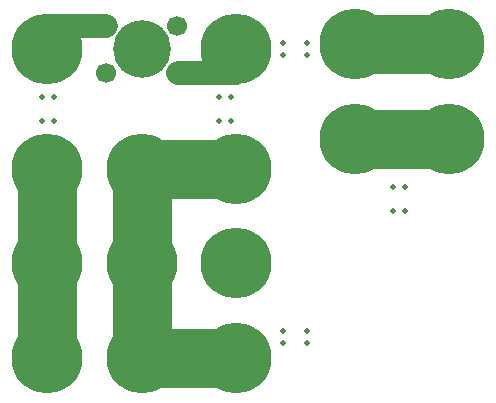
<source format=gbl>
%TF.GenerationSoftware,KiCad,Pcbnew,4.0.4+e1-6308~48~ubuntu16.04.1-stable*%
%TF.CreationDate,2016-12-27T19:41:26-08:00*%
%TF.ProjectId,LegoLED-Button-Battery,4C65676F4C45442D427574746F6E2D42,rev?*%
%TF.FileFunction,Copper,L2,Bot,Signal*%
%FSLAX46Y46*%
G04 Gerber Fmt 4.6, Leading zero omitted, Abs format (unit mm)*
G04 Created by KiCad (PCBNEW 4.0.4+e1-6308~48~ubuntu16.04.1-stable) date Tue Dec 27 19:41:26 2016*
%MOMM*%
%LPD*%
G01*
G04 APERTURE LIST*
%ADD10C,0.350000*%
%ADD11C,2.000000*%
%ADD12C,5.000000*%
%ADD13C,0.500000*%
%ADD14C,1.700000*%
%ADD15C,4.880000*%
%ADD16C,6.000000*%
%ADD17C,2.000000*%
%ADD18C,1.900000*%
%ADD19C,0.350000*%
G04 APERTURE END LIST*
D10*
D11*
X154247201Y-87442401D02*
X149297201Y-87442401D01*
X165297201Y-91442401D02*
X160347201Y-91442401D01*
D12*
X157301200Y-115568000D02*
X157301200Y-99568000D01*
X165301200Y-115568000D02*
X157301200Y-115568000D01*
X165301200Y-99568000D02*
X157301200Y-99568000D01*
X149301200Y-99568000D02*
X149301200Y-115568000D01*
X183323500Y-89028000D02*
X175323500Y-89028000D01*
X183323500Y-97028000D02*
X175323500Y-97028000D01*
D13*
X148844000Y-93472000D03*
X149860000Y-93472000D03*
X149860000Y-95504000D03*
X148844000Y-95504000D03*
X163830000Y-93472000D03*
X164846000Y-93472000D03*
X164846000Y-95504000D03*
X163830000Y-95504000D03*
X171323000Y-113284000D03*
X171323000Y-114300000D03*
X169291000Y-114300000D03*
X169291000Y-113284000D03*
X179578000Y-103124000D03*
X178562000Y-103124000D03*
X178562000Y-101092000D03*
X179578000Y-101092000D03*
X169291000Y-89916000D03*
X169291000Y-88900000D03*
X171323000Y-88900000D03*
X171323000Y-89916000D03*
D14*
X160290601Y-91456601D03*
X154290601Y-91456601D03*
X160290601Y-87456601D03*
X154290601Y-87456601D03*
D15*
X157297201Y-89442401D03*
D16*
X149297201Y-89442401D03*
X165297201Y-89442401D03*
X157301200Y-107568000D03*
X165301200Y-107568000D03*
X149301200Y-107568000D03*
X165301200Y-115568000D03*
X157301200Y-115568000D03*
X149301200Y-115568000D03*
X165301200Y-99568000D03*
X157301200Y-99568000D03*
X149301200Y-99568000D03*
D17*
X179323500Y-90528000D03*
D18*
X179323500Y-95528000D03*
D16*
X175323500Y-97028000D03*
X175323500Y-89028000D03*
X183323500Y-89028000D03*
X183323500Y-97028000D03*
D19*
X148844000Y-93472000D03*
X149860000Y-93472000D03*
X149860000Y-95504000D03*
X148844000Y-95504000D03*
X163830000Y-93472000D03*
X164846000Y-93472000D03*
X164846000Y-95504000D03*
X163830000Y-95504000D03*
X171323000Y-113284000D03*
X171323000Y-114300000D03*
X169291000Y-114300000D03*
X169291000Y-113284000D03*
X179578000Y-103124000D03*
X178562000Y-103124000D03*
X178562000Y-101092000D03*
X179578000Y-101092000D03*
X169291000Y-89916000D03*
X169291000Y-88900000D03*
X171323000Y-88900000D03*
X171323000Y-89916000D03*
X160290601Y-91456601D03*
X154290601Y-91456601D03*
X160290601Y-87456601D03*
X154290601Y-87456601D03*
X157297201Y-89442401D03*
X149297201Y-89442401D03*
X165297201Y-89442401D03*
X157301200Y-107568000D03*
X165301200Y-107568000D03*
X149301200Y-107568000D03*
X165301200Y-115568000D03*
X157301200Y-115568000D03*
X149301200Y-115568000D03*
X165301200Y-99568000D03*
X157301200Y-99568000D03*
X149301200Y-99568000D03*
X179323500Y-90528000D03*
X179323500Y-95528000D03*
X175323500Y-97028000D03*
X175323500Y-89028000D03*
X183323500Y-89028000D03*
X183323500Y-97028000D03*
M02*

</source>
